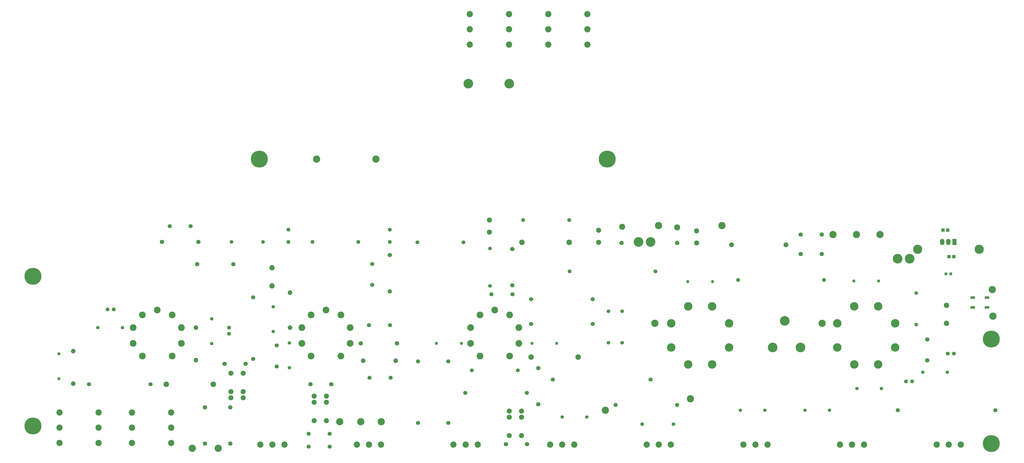
<source format=gts>
G04 #@! TF.GenerationSoftware,KiCad,Pcbnew,9.0.4*
G04 #@! TF.CreationDate,2025-10-07T22:59:05+02:00*
G04 #@! TF.ProjectId,wb50,77623530-2e6b-4696-9361-645f70636258,rev?*
G04 #@! TF.SameCoordinates,Original*
G04 #@! TF.FileFunction,Soldermask,Top*
G04 #@! TF.FilePolarity,Negative*
%FSLAX46Y46*%
G04 Gerber Fmt 4.6, Leading zero omitted, Abs format (unit mm)*
G04 Created by KiCad (PCBNEW 9.0.4) date 2025-10-07 22:59:05*
%MOMM*%
%LPD*%
G01*
G04 APERTURE LIST*
%ADD10C,3.900000*%
%ADD11C,7.000000*%
%ADD12C,1.800000*%
%ADD13C,3.000000*%
%ADD14C,2.100000*%
%ADD15C,1.300000*%
%ADD16C,2.600000*%
%ADD17C,1.400000*%
%ADD18C,1.600000*%
%ADD19C,4.000000*%
%ADD20C,1.700000*%
%ADD21C,3.800000*%
%ADD22C,1.879604*%
%ADD23C,1.524003*%
%ADD24C,1.500000*%
%ADD25C,3.200000*%
%ADD26C,2.300000*%
%ADD27C,2.000000*%
%ADD28C,2.500000*%
%ADD29R,1.964999X0.980010*%
%ADD30R,1.410008X1.350013*%
%ADD31C,2.200000*%
%ADD32R,1.800000X2.600000*%
%ADD33O,1.800000X2.600000*%
%ADD34C,3.500000*%
%ADD35C,2.800000*%
G04 APERTURE END LIST*
D10*
G04 #@! TO.C,MH8*
X361500000Y-152000000D03*
D11*
X361500000Y-152000000D03*
G04 #@! TD*
D10*
G04 #@! TO.C,MH7*
X217500000Y-152000000D03*
D11*
X217500000Y-152000000D03*
G04 #@! TD*
D10*
G04 #@! TO.C,MH6*
X520500000Y-226500000D03*
D11*
X520500000Y-226500000D03*
G04 #@! TD*
D10*
G04 #@! TO.C,MH5*
X520500000Y-269750000D03*
D11*
X520500000Y-269750000D03*
G04 #@! TD*
D10*
G04 #@! TO.C,MH4*
X123750000Y-262500000D03*
D11*
X123750000Y-262500000D03*
G04 #@! TD*
D10*
G04 #@! TO.C,MH3*
X123750000Y-200500000D03*
D11*
X123750000Y-200500000D03*
G04 #@! TD*
D12*
G04 #@! TO.C,R7*
X205500000Y-254750000D03*
X205500000Y-269750000D03*
G04 #@! TD*
G04 #@! TO.C,D4*
X211850013Y-236750000D03*
X203149987Y-236750000D03*
G04 #@! TD*
D13*
G04 #@! TO.C,X-BS-2*
X268000000Y-260750000D03*
G04 #@! TD*
D14*
G04 #@! TO.C,C10*
X312750000Y-182250000D03*
X312750000Y-177250000D03*
G04 #@! TD*
D15*
G04 #@! TO.C,R17*
X301150114Y-228250000D03*
X290849886Y-228250000D03*
G04 #@! TD*
G04 #@! TO.C,C1*
X501750000Y-199500000D03*
X503750000Y-199500000D03*
G04 #@! TD*
D12*
G04 #@! TO.C,R16*
X333000000Y-253500000D03*
X333000000Y-238500000D03*
G04 #@! TD*
D14*
G04 #@! TO.C,RELAY1*
X210790005Y-250830010D03*
X210790005Y-248290005D03*
X210790005Y-240669990D03*
X205709995Y-240669990D03*
X205709995Y-248290005D03*
X205709995Y-250830010D03*
G04 #@! TD*
D16*
G04 #@! TO.C,J1*
X151000000Y-269500000D03*
X151000000Y-263200000D03*
X151000000Y-256900000D03*
X134800000Y-256900000D03*
X134800000Y-263200000D03*
X134800000Y-269500000D03*
G04 #@! TD*
D17*
G04 #@! TO.C,R28*
X464899924Y-247000000D03*
X475100076Y-247000000D03*
G04 #@! TD*
D18*
G04 #@! TO.C,U30*
X345969964Y-198500000D03*
X381530036Y-198500000D03*
G04 #@! TD*
D16*
G04 #@! TO.C,RV4*
X377900000Y-270200000D03*
X382900000Y-270200000D03*
X387900000Y-270200000D03*
G04 #@! TD*
D19*
G04 #@! TO.C,X9*
X321000000Y-120750000D03*
G04 #@! TD*
D18*
G04 #@! TO.C,R27*
X258500000Y-186250000D03*
X239500000Y-186250000D03*
G04 #@! TD*
D20*
G04 #@! TO.C,U14*
X283250000Y-235750000D03*
X283250000Y-261250000D03*
G04 #@! TD*
D16*
G04 #@! TO.C,MH2*
X515540259Y-189354953D03*
D21*
X515540259Y-189354953D03*
G04 #@! TD*
D12*
G04 #@! TO.C,D2*
X441649987Y-191250000D03*
X450350013Y-191250000D03*
G04 #@! TD*
D14*
G04 #@! TO.C,C8*
X398500000Y-186750000D03*
X398500000Y-181750000D03*
G04 #@! TD*
D18*
G04 #@! TO.C,U29*
X451280036Y-202000000D03*
X415719964Y-202000000D03*
G04 #@! TD*
G04 #@! TO.C,C14*
X505020003Y-232500000D03*
X502479997Y-232500000D03*
G04 #@! TD*
D22*
G04 #@! TO.C,R6*
X191250000Y-235250064D03*
X191250000Y-221749936D03*
G04 #@! TD*
D23*
G04 #@! TO.C,U20*
X313000000Y-189000064D03*
X313000000Y-204499936D03*
G04 #@! TD*
D24*
G04 #@! TO.C,U22*
X375999873Y-261750000D03*
X389000127Y-261750000D03*
G04 #@! TD*
D20*
G04 #@! TO.C,U13*
X262900000Y-220750000D03*
X271600000Y-220750000D03*
G04 #@! TD*
D16*
G04 #@! TO.C,RV1*
X497900000Y-270200000D03*
X502900000Y-270200000D03*
X507900000Y-270200000D03*
G04 #@! TD*
D13*
G04 #@! TO.C,X-BS-1*
X250750000Y-260750000D03*
G04 #@! TD*
D20*
G04 #@! TO.C,U9*
X237900000Y-271000000D03*
X246600000Y-271000000D03*
G04 #@! TD*
D17*
G04 #@! TO.C,R21*
X342899924Y-258750000D03*
X353100076Y-258750000D03*
G04 #@! TD*
D13*
G04 #@! TO.C,Audio-B1*
X381250000Y-220000000D03*
G04 #@! TD*
D20*
G04 #@! TO.C,U11*
X224750000Y-237850000D03*
X224750000Y-229150000D03*
G04 #@! TD*
D13*
G04 #@! TO.C,AC-IN1*
X455000000Y-183250000D03*
G04 #@! TD*
D20*
G04 #@! TO.C,U10*
X237900000Y-265750000D03*
X246600000Y-265750000D03*
G04 #@! TD*
D18*
G04 #@! TO.C,C12*
X229500000Y-186290005D03*
X229500000Y-181209995D03*
G04 #@! TD*
D12*
G04 #@! TO.C,R3*
X192250000Y-186250000D03*
X177250000Y-186250000D03*
G04 #@! TD*
D25*
G04 #@! TO.C,U1*
X490040246Y-189354953D03*
X515540373Y-189354953D03*
G04 #@! TD*
D13*
G04 #@! TO.C,X2*
X189750000Y-271750000D03*
G04 #@! TD*
G04 #@! TO.C,THUMP1*
X360750000Y-256000000D03*
G04 #@! TD*
G04 #@! TO.C,AC-IN3*
X474500000Y-183250000D03*
G04 #@! TD*
D26*
G04 #@! TO.C,U18*
X329999936Y-234000000D03*
X349500064Y-234000000D03*
G04 #@! TD*
D20*
G04 #@! TO.C,U7*
X147000000Y-245250000D03*
X172500000Y-245250000D03*
G04 #@! TD*
D13*
G04 #@! TO.C,THUMP2*
X396000000Y-251250000D03*
G04 #@! TD*
D16*
G04 #@! TO.C,J3*
X304650000Y-91950000D03*
X304650000Y-98250000D03*
X304650000Y-104550000D03*
X320850000Y-104550000D03*
X320850000Y-98250000D03*
X320850000Y-91950000D03*
G04 #@! TD*
D13*
G04 #@! TO.C,AC-IN4*
X521000000Y-206000000D03*
G04 #@! TD*
D18*
G04 #@! TO.C,R19*
X305500000Y-239500000D03*
X324500000Y-239500000D03*
G04 #@! TD*
D17*
G04 #@! TO.C,R4*
X160850076Y-221750000D03*
X150649924Y-221750000D03*
G04 #@! TD*
D12*
G04 #@! TO.C,D6*
X319649987Y-270000000D03*
X328350013Y-270000000D03*
G04 #@! TD*
D14*
G04 #@! TO.C,RELAY2*
X240209995Y-250169990D03*
X240209995Y-252709995D03*
X240209995Y-260330010D03*
X245290005Y-260330010D03*
X245290005Y-252709995D03*
X245290005Y-250169990D03*
G04 #@! TD*
D13*
G04 #@! TO.C,Audo-From-FX1*
X241250000Y-152000000D03*
G04 #@! TD*
D24*
G04 #@! TO.C,R32*
X489500000Y-207499873D03*
X489500000Y-220500127D03*
G04 #@! TD*
D13*
G04 #@! TO.C,X-BS-3*
X259500000Y-260750000D03*
G04 #@! TD*
D16*
G04 #@! TO.C,MH1*
X490040259Y-189354953D03*
D21*
X490040259Y-189354953D03*
G04 #@! TD*
D27*
G04 #@! TO.C,U31*
X435499936Y-187500000D03*
X413000064Y-187500000D03*
G04 #@! TD*
D20*
G04 #@! TO.C,U21*
X313650000Y-208000000D03*
X322350000Y-208000000D03*
G04 #@! TD*
D15*
G04 #@! TO.C,R22*
X463599886Y-202500000D03*
X473900114Y-202500000D03*
G04 #@! TD*
D12*
G04 #@! TO.C,R12*
X271500000Y-191750000D03*
X271500000Y-206750000D03*
G04 #@! TD*
D19*
G04 #@! TO.C,X12*
X304000000Y-120750000D03*
G04 #@! TD*
D13*
G04 #@! TO.C,HV-OT2*
X382750000Y-179500000D03*
G04 #@! TD*
D19*
G04 #@! TO.C,AC-IN8*
X430000000Y-230000000D03*
G04 #@! TD*
D16*
G04 #@! TO.C,RV3*
X417900000Y-270200000D03*
X422900000Y-270200000D03*
X427900000Y-270200000D03*
G04 #@! TD*
D19*
G04 #@! TO.C,AC-IN6*
X441500000Y-230000000D03*
G04 #@! TD*
D15*
G04 #@! TO.C,R23*
X394849886Y-202750000D03*
X405150114Y-202750000D03*
G04 #@! TD*
D20*
G04 #@! TO.C,U17*
X328250000Y-248750000D03*
X302750000Y-248750000D03*
G04 #@! TD*
D13*
G04 #@! TO.C,Audio-To-FX1*
X265750000Y-152000000D03*
G04 #@! TD*
D28*
G04 #@! TO.C,Choke1*
X390500000Y-180250000D03*
G04 #@! TD*
D20*
G04 #@! TO.C,U16*
X263150000Y-242500000D03*
X271850000Y-242500000D03*
G04 #@! TD*
D16*
G04 #@! TO.C,RV2*
X457900000Y-270200000D03*
X462900000Y-270200000D03*
X467900000Y-270200000D03*
G04 #@! TD*
D24*
G04 #@! TO.C,U4*
X219000127Y-186250000D03*
X205999873Y-186250000D03*
G04 #@! TD*
D13*
G04 #@! TO.C,AC-IN2*
X464750000Y-183250000D03*
G04 #@! TD*
D14*
G04 #@! TO.C,RELAY3*
X321000000Y-256339980D03*
X321000000Y-258879985D03*
X321000000Y-266500000D03*
X326080010Y-266500000D03*
X326080010Y-258879985D03*
X326080010Y-256339980D03*
G04 #@! TD*
D18*
G04 #@! TO.C,R26*
X302000000Y-186500000D03*
X283000000Y-186500000D03*
G04 #@! TD*
D14*
G04 #@! TO.C,C9*
X358000000Y-186500000D03*
X358000000Y-181500000D03*
G04 #@! TD*
D12*
G04 #@! TO.C,R14*
X259500000Y-228250000D03*
X274500000Y-228250000D03*
G04 #@! TD*
D13*
G04 #@! TO.C,AC-IN5*
X521250000Y-217000000D03*
G04 #@! TD*
G04 #@! TO.C,X1*
X200500000Y-271750000D03*
G04 #@! TD*
D20*
G04 #@! TO.C,U8*
X215000000Y-209250000D03*
X215000000Y-234750000D03*
G04 #@! TD*
D22*
G04 #@! TO.C,R15*
X260499936Y-235500000D03*
X274000064Y-235500000D03*
G04 #@! TD*
D20*
G04 #@! TO.C,U15*
X295750000Y-235750000D03*
X295750000Y-261250000D03*
G04 #@! TD*
D13*
G04 #@! TO.C,Audio-A1*
X450500000Y-220000000D03*
G04 #@! TD*
D29*
G04 #@! TO.C,U3*
X512807785Y-209354953D03*
X512807785Y-213354953D03*
X518772733Y-213354953D03*
X518772733Y-209354953D03*
G04 #@! TD*
D17*
G04 #@! TO.C,R10*
X230000000Y-238350076D03*
X230000000Y-228149924D03*
G04 #@! TD*
D12*
G04 #@! TO.C,D5*
X238649987Y-245250000D03*
X247350013Y-245250000D03*
G04 #@! TD*
D17*
G04 #@! TO.C,R31*
X426850076Y-256000000D03*
X416649924Y-256000000D03*
G04 #@! TD*
D19*
G04 #@! TO.C,AC-IN7*
X435000000Y-219000000D03*
G04 #@! TD*
D30*
G04 #@! TO.C,C3*
X505040259Y-192354953D03*
X503040259Y-192354953D03*
G04 #@! TD*
D22*
G04 #@! TO.C,R13*
X230250000Y-221749936D03*
X230250000Y-207250064D03*
G04 #@! TD*
D16*
G04 #@! TO.C,RV7*
X257900000Y-270200000D03*
X262900000Y-270200000D03*
X267900000Y-270200000D03*
G04 #@! TD*
D26*
G04 #@! TO.C,U5*
X178999936Y-245250000D03*
X198500064Y-245250000D03*
G04 #@! TD*
D20*
G04 #@! TO.C,U23*
X379450000Y-243250000D03*
X339050000Y-243250000D03*
G04 #@! TD*
D17*
G04 #@! TO.C,R30*
X453600076Y-256000000D03*
X443399924Y-256000000D03*
G04 #@! TD*
D26*
G04 #@! TO.C,U32*
X345750064Y-186500000D03*
X326249936Y-186500000D03*
G04 #@! TD*
D12*
G04 #@! TO.C,D1*
X441649987Y-183250000D03*
X450350013Y-183250000D03*
G04 #@! TD*
D20*
G04 #@! TO.C,U26*
X330000000Y-210000000D03*
X355500000Y-210000000D03*
G04 #@! TD*
D12*
G04 #@! TO.C,R24*
X390500127Y-186750000D03*
X367499873Y-186750000D03*
G04 #@! TD*
D31*
G04 #@! TO.C,C2*
X502000000Y-212500064D03*
X502000000Y-219999936D03*
G04 #@! TD*
D12*
G04 #@! TO.C,R20*
X322250000Y-189250000D03*
X322250000Y-204250000D03*
G04 #@! TD*
D22*
G04 #@! TO.C,R1*
X140500000Y-245000064D03*
X140500000Y-231499936D03*
G04 #@! TD*
D20*
G04 #@! TO.C,U12*
X264250000Y-195400000D03*
X264250000Y-204100000D03*
G04 #@! TD*
D31*
G04 #@! TO.C,C7*
X222750000Y-204499936D03*
X222750000Y-197000064D03*
G04 #@! TD*
D20*
G04 #@! TO.C,U6*
X189100000Y-179750000D03*
X180400000Y-179750000D03*
G04 #@! TD*
D18*
G04 #@! TO.C,R25*
X345750000Y-177250000D03*
X326750000Y-177250000D03*
G04 #@! TD*
D12*
G04 #@! TO.C,R5*
X195000000Y-254750000D03*
X195000000Y-269750000D03*
G04 #@! TD*
D18*
G04 #@! TO.C,C5*
X157270003Y-214250000D03*
X154729997Y-214250000D03*
G04 #@! TD*
D16*
G04 #@! TO.C,J2*
X181000000Y-269500000D03*
X181000000Y-263200000D03*
X181000000Y-256900000D03*
X164800000Y-256900000D03*
X164800000Y-263200000D03*
X164800000Y-269500000D03*
G04 #@! TD*
D32*
G04 #@! TO.C,U2*
X505330264Y-186259906D03*
D33*
X502790259Y-186259906D03*
X500250000Y-186250000D03*
G04 #@! TD*
D20*
G04 #@! TO.C,U25*
X330000000Y-220250000D03*
X355500000Y-220250000D03*
G04 #@! TD*
D18*
G04 #@! TO.C,C11*
X271500000Y-186330010D03*
X271500000Y-181250000D03*
G04 #@! TD*
D24*
G04 #@! TO.C,U28*
X367750000Y-228000127D03*
X367750000Y-214999873D03*
G04 #@! TD*
D15*
G04 #@! TO.C,R2*
X134500000Y-242900114D03*
X134500000Y-232599886D03*
G04 #@! TD*
D13*
G04 #@! TO.C,HV-OT1*
X409000000Y-179500000D03*
G04 #@! TD*
D15*
G04 #@! TO.C,R18*
X330349886Y-228250000D03*
X340650114Y-228250000D03*
G04 #@! TD*
D16*
G04 #@! TO.C,RV5*
X337900000Y-270200000D03*
X342900000Y-270200000D03*
X347900000Y-270200000D03*
G04 #@! TD*
G04 #@! TO.C,RV6*
X297900000Y-270200000D03*
X302900000Y-270200000D03*
X307900000Y-270200000D03*
G04 #@! TD*
G04 #@! TO.C,J4*
X337150000Y-91950000D03*
X337150000Y-98250000D03*
X337150000Y-104550000D03*
X353350000Y-104550000D03*
X353350000Y-98250000D03*
X353350000Y-91950000D03*
G04 #@! TD*
D20*
G04 #@! TO.C,U24*
X365000000Y-253750000D03*
X390500000Y-253750000D03*
G04 #@! TD*
D17*
G04 #@! TO.C,R11*
X223250000Y-223350076D03*
X223250000Y-213149924D03*
G04 #@! TD*
D30*
G04 #@! TO.C,C4*
X500540259Y-181354953D03*
X502540259Y-181354953D03*
G04 #@! TD*
D12*
G04 #@! TO.C,D3*
X494000000Y-226649987D03*
X494000000Y-235350013D03*
G04 #@! TD*
D18*
G04 #@! TO.C,C6*
X205000000Y-224270003D03*
X205000000Y-221729997D03*
G04 #@! TD*
D12*
G04 #@! TO.C,R9*
X206750000Y-195500000D03*
X191750000Y-195500000D03*
G04 #@! TD*
D16*
G04 #@! TO.C,RV8*
X217900000Y-270200000D03*
X222900000Y-270200000D03*
X227900000Y-270200000D03*
G04 #@! TD*
D18*
G04 #@! TO.C,C13*
X487770003Y-244000000D03*
X485229997Y-244000000D03*
G04 #@! TD*
D20*
G04 #@! TO.C,U19*
X481800000Y-256000000D03*
X522200000Y-256000000D03*
G04 #@! TD*
D17*
G04 #@! TO.C,R8*
X197750000Y-228350076D03*
X197750000Y-218149924D03*
G04 #@! TD*
D28*
G04 #@! TO.C,Choke2*
X367750000Y-180000000D03*
G04 #@! TD*
D17*
G04 #@! TO.C,R29*
X492149924Y-240250000D03*
X502350076Y-240250000D03*
G04 #@! TD*
D24*
G04 #@! TO.C,U27*
X362000000Y-214999873D03*
X362000000Y-228000127D03*
G04 #@! TD*
D34*
G04 #@! TO.C,V4*
X463775000Y-237010000D03*
X456740000Y-229975000D03*
X456740000Y-220025000D03*
X463775000Y-212990000D03*
X473725000Y-212990000D03*
X480760000Y-220025000D03*
X480760000Y-229975000D03*
X473725000Y-237010000D03*
G04 #@! TD*
G04 #@! TO.C,V5*
X395025000Y-237010000D03*
X387990000Y-229975000D03*
X387990000Y-220025000D03*
X395025000Y-212990000D03*
X404975000Y-212990000D03*
X412010000Y-220025000D03*
X412010000Y-229975000D03*
X404975000Y-237010000D03*
G04 #@! TD*
D35*
G04 #@! TO.C,V2*
X238952978Y-233494490D03*
X235138522Y-228244821D03*
X235138907Y-221755322D03*
X238953028Y-216504980D03*
X245124665Y-214499989D03*
X251297022Y-216505510D03*
X255111478Y-221755179D03*
X255111093Y-228244678D03*
X251296972Y-233495020D03*
G04 #@! TD*
G04 #@! TO.C,V1*
X169077978Y-233494490D03*
X165263522Y-228244821D03*
X165263907Y-221755322D03*
X169078028Y-216504980D03*
X175249665Y-214499989D03*
X181422022Y-216505510D03*
X185236478Y-221755179D03*
X185236093Y-228244678D03*
X181421972Y-233495020D03*
G04 #@! TD*
G04 #@! TO.C,V3*
X308827978Y-233494490D03*
X305013522Y-228244821D03*
X305013907Y-221755322D03*
X308828028Y-216504980D03*
X314999665Y-214499989D03*
X321172022Y-216505510D03*
X324986478Y-221755179D03*
X324986093Y-228244678D03*
X321171972Y-233495020D03*
G04 #@! TD*
D19*
G04 #@! TO.C,N2*
X379500000Y-186250000D03*
X374500000Y-186250000D03*
G04 #@! TD*
G04 #@! TO.C,N1*
X481750000Y-193250000D03*
X486750000Y-193250000D03*
G04 #@! TD*
M02*

</source>
